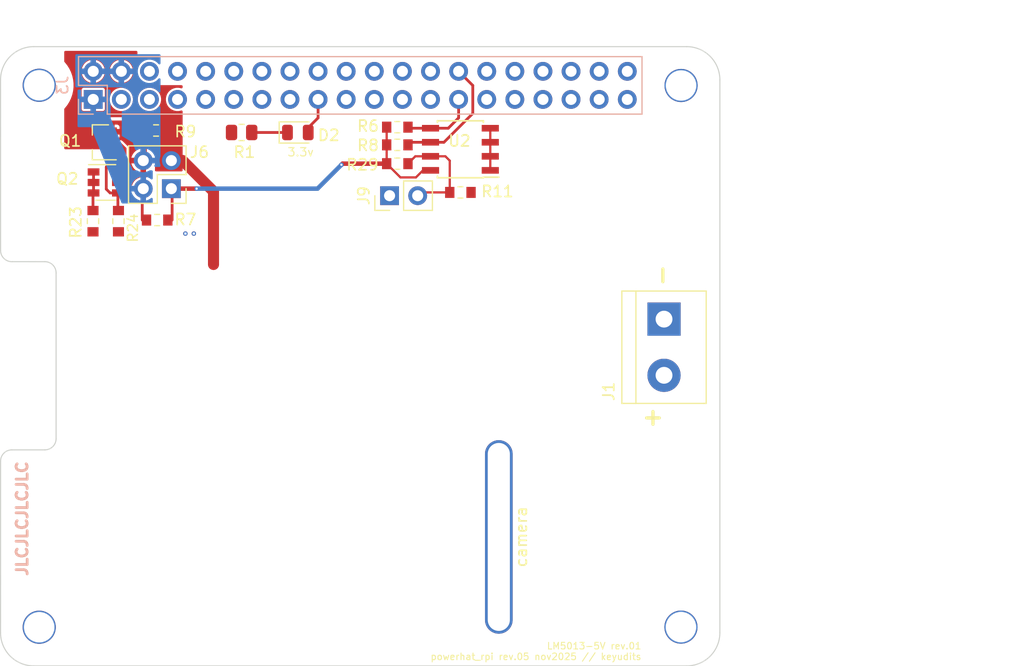
<source format=kicad_pcb>
(kicad_pcb (version 20241229) (generator "pcbnew") (generator_version "9.0")
  (layers (0 "F.Cu" signal) (2 "B.Cu" signal) (13 "F.Paste" user) (15 "B.Paste" user) (5 "F.SilkS" user "F.Silkscreen") (7 "B.SilkS" user "B.Silkscreen") (1 "F.Mask" user) (3 "B.Mask" user) (25 "Edge.Cuts" user))
  (net 0 "")
  (net 1 "GND")
  (net 2 "/ID_SD_EEPROM")
  (net 3 "/ID_SC_EEPROM")
  (net 4 "Net-(D2-K)")
  (net 6 "/P3V3_HAT")
  (net 7 "/P5V_HAT")
  (net 8 "/P3V3")
  (net 9 "/P5V")
  (net 18 "/LED")
  (net 38 "Net-(J9-Pin_2)")
  (net 39 "Net-(Q1-G)")
  (net 40 "Net-(Q2A-B)")
  (footprint "project_footprints:NPTH_3mm_ID" (layer "F.Cu") (at 82.04 64.31)
    (property "Reference" "H1" (at 0.06 0.09 0) (layer "F.SilkS"))
    (property "Value" "3mm_Mounting_Hole" (hide yes))
    (pad "" np_thru_hole circle (at 0 0) (size 3 3) (drill 2.75) (layers "*.Cu" "*.Mask") (clearance 1.6))
  )
  (footprint "project_footprints:NPTH_3mm_ID" (layer "F.Cu") (at 140.04 64.33)
    (property "Reference" "H2" (at 0.06 0.09 0) (layer "F.SilkS"))
    (property "Value" "3mm_Mounting_Hole" (hide yes))
    (pad "" np_thru_hole circle (at 0 0) (size 3 3) (drill 2.75) (layers "*.Cu" "*.Mask") (clearance 1.6))
  )
  (footprint "project_footprints:NPTH_3mm_ID" (layer "F.Cu") (at 82.04 113.32)
    (property "Reference" "H3" (at 0.06 0.09 0) (layer "F.SilkS"))
    (property "Value" "3mm_Mounting_Hole" (hide yes))
    (pad "" np_thru_hole circle (at 0 0) (size 3 3) (drill 2.75) (layers "*.Cu" "*.Mask") (clearance 1.6))
  )
  (footprint "project_footprints:NPTH_3mm_ID" (layer "F.Cu") (at 140.03 113.31)
    (property "Reference" "H4" (at 0.06 0.09 0) (layer "F.SilkS"))
    (property "Value" "3mm_Mounting_Hole" (hide yes))
    (pad "" np_thru_hole circle (at 0 0) (size 3 3) (drill 2.75) (layers "*.Cu" "*.Mask") (clearance 1.6))
  )
  (footprint "Resistor_SMD:R_0603_1608Metric_Pad0.84x1.00mm_HandSolder" (layer "F.Cu") (at 92.6 68.4)
    (property "Reference" "R9" (at 2.65 0.1 0) (layer "F.SilkS"))
    (property "Value" "DNP")
    (fp_line (start -0.22 -0.51) (end 0.22 -0.51) (stroke (width 0.12)) (layer "F.SilkS"))
    (fp_line (start -0.22 0.51) (end 0.22 0.51) (stroke (width 0.12)) (layer "F.SilkS"))
    (pad "1" smd rect (at -0.9625 0) (size 0.845 1) (layers "F.Cu" "F.Mask" "F.Paste") (net 7 "/P5V_HAT"))
    (pad "2" smd rect (at 0.9625 0) (size 0.845 1) (layers "F.Cu" "F.Mask" "F.Paste") (net 9 "/P5V"))
  )
  (footprint "Resistor_SMD:R_0603_1608Metric_Pad0.84x1.00mm_HandSolder" (layer "F.Cu") (at 92.7 76.5)
    (property "Reference" "R7" (at 2.55 -0.046 0) (layer "F.SilkS"))
    (property "Value" "DNP")
    (fp_line (start -0.22 -0.51) (end 0.22 -0.51) (stroke (width 0.12)) (layer "F.SilkS"))
    (fp_line (start -0.22 0.51) (end 0.22 0.51) (stroke (width 0.12)) (layer "F.SilkS"))
    (pad "1" smd rect (at -0.9625 0) (size 0.845 1) (layers "F.Cu" "F.Mask" "F.Paste") (net 6 "/P3V3_HAT"))
    (pad "2" smd rect (at 0.9625 0) (size 0.845 1) (layers "F.Cu" "F.Mask" "F.Paste") (net 8 "/P3V3"))
  )
  (footprint "Resistor_SMD:R_0603_1608Metric_Pad0.84x1.00mm_HandSolder" (layer "F.Cu") (at 120.1 74)
    (property "Reference" "R11" (at 3.344 -0.086 0) (layer "F.SilkS"))
    (property "Value" "DNP")
    (fp_line (start -0.22 -0.51) (end 0.22 -0.51) (stroke (width 0.12)) (layer "F.SilkS"))
    (fp_line (start -0.22 0.51) (end 0.22 0.51) (stroke (width 0.12)) (layer "F.SilkS"))
    (pad "1" smd rect (at -0.9625 0) (size 0.845 1) (layers "F.Cu" "F.Mask" "F.Paste") (net 38 "Net-(J9-Pin_2)"))
    (pad "2" smd rect (at 0.9625 0) (size 0.845 1) (layers "F.Cu" "F.Mask" "F.Paste") (net 1 "GND"))
  )
  (footprint "Resistor_SMD:R_0603_1608Metric_Pad0.84x1.00mm_HandSolder" (layer "F.Cu") (at 86.9 76.6 -90)
    (property "Reference" "R23" (at 0.108 1.556 90) (layer "F.SilkS"))
    (property "Value" "10K")
    (fp_line (start -0.22 0.51) (end 0.22 0.51) (stroke (width 0.12)) (layer "F.SilkS"))
    (fp_line (start -0.22 -0.51) (end 0.22 -0.51) (stroke (width 0.12)) (layer "F.SilkS"))
    (pad "1" smd rect (at -0.9625 0 270) (size 0.845 1) (layers "F.Cu" "F.Mask" "F.Paste") (net 40 "Net-(Q2A-B)"))
    (pad "2" smd rect (at 0.9625 0 270) (size 0.845 1) (layers "F.Cu" "F.Mask" "F.Paste") (net 1 "GND"))
  )
  (footprint "Resistor_SMD:R_0603_1608Metric_Pad0.84x1.00mm_HandSolder" (layer "F.Cu") (at 89.2 76.6 -90)
    (property "Reference" "R24" (at 0.616 -1.3 270) (layer "F.SilkS") (effects (font (size 0.9 0.9) (thickness 0.13))))
    (property "Value" "47K")
    (fp_line (start -0.22 0.51) (end 0.22 0.51) (stroke (width 0.12)) (layer "F.SilkS"))
    (fp_line (start -0.22 -0.51) (end 0.22 -0.51) (stroke (width 0.12)) (layer "F.SilkS"))
    (pad "1" smd rect (at -0.9625 0 270) (size 0.845 1) (layers "F.Cu" "F.Mask" "F.Paste") (net 39 "Net-(Q1-G)"))
    (pad "2" smd rect (at 0.9625 0 270) (size 0.845 1) (layers "F.Cu" "F.Mask" "F.Paste") (net 1 "GND"))
  )
  (footprint "Resistor_SMD:R_0603_1608Metric_Pad0.84x1.00mm_HandSolder" (layer "F.Cu") (at 114.4 71.4)
    (property "Reference" "R29" (at -3.15 0.1 0) (layer "F.SilkS"))
    (property "Value" "10K")
    (fp_line (start -0.22 -0.51) (end 0.22 -0.51) (stroke (width 0.12)) (layer "F.SilkS"))
    (fp_line (start -0.22 0.51) (end 0.22 0.51) (stroke (width 0.12)) (layer "F.SilkS"))
    (pad "1" smd rect (at -0.9625 0) (size 0.845 1) (layers "F.Cu" "F.Mask" "F.Paste") (net 8 "/P3V3"))
    (pad "2" smd rect (at 0.9625 0) (size 0.845 1) (layers "F.Cu" "F.Mask" "F.Paste") (net 38 "Net-(J9-Pin_2)"))
  )
  (footprint "Resistor_SMD:R_0603_1608Metric_Pad0.84x1.00mm_HandSolder" (layer "F.Cu") (at 114.4 69.7)
    (property "Reference" "R8" (at -2.65 0.05 0) (layer "F.SilkS"))
    (property "Value" "3.9K")
    (fp_line (start -0.22 -0.51) (end 0.22 -0.51) (stroke (width 0.12)) (layer "F.SilkS"))
    (fp_line (start -0.22 0.51) (end 0.22 0.51) (stroke (width 0.12)) (layer "F.SilkS"))
    (pad "1" smd rect (at -0.9625 0) (size 0.845 1) (layers "F.Cu" "F.Mask" "F.Paste") (net 8 "/P3V3"))
    (pad "2" smd rect (at 0.9625 0) (size 0.845 1) (layers "F.Cu" "F.Mask" "F.Paste") (net 3 "/ID_SC_EEPROM"))
  )
  (footprint "Package_TO_SOT_SMD:SOT-23-6" (layer "F.Cu") (at 88.05 73.1)
    (property "Reference" "Q2" (at -3.468 -0.329 0) (layer "F.SilkS"))
    (property "Value" "DMMT5401")
    (fp_line (start -0.9 1.61) (end 0.9 1.61) (stroke (width 0.12)) (layer "F.SilkS"))
    (fp_line (start 0.9 -1.61) (end -1.55 -1.61) (stroke (width 0.12)) (layer "F.SilkS"))
    (pad "1" smd rect (at -1.1 -0.95) (size 1.06 0.65) (layers "F.Cu" "F.Mask" "F.Paste") (net 40 "Net-(Q2A-B)"))
    (pad "2" smd rect (at -1.1 0) (size 1.06 0.65) (layers "F.Cu" "F.Mask" "F.Paste") (net 40 "Net-(Q2A-B)"))
    (pad "3" smd rect (at -1.1 0.95) (size 1.06 0.65) (layers "F.Cu" "F.Mask" "F.Paste") (net 40 "Net-(Q2A-B)"))
    (pad "4" smd rect (at 1.1 0.95) (size 1.06 0.65) (layers "F.Cu" "F.Mask" "F.Paste") (net 39 "Net-(Q1-G)"))
    (pad "5" smd rect (at 1.1 0) (size 1.06 0.65) (layers "F.Cu" "F.Mask" "F.Paste") (net 7 "/P5V_HAT"))
    (pad "6" smd rect (at 1.1 -0.95) (size 1.06 0.65) (layers "F.Cu" "F.Mask" "F.Paste") (net 9 "/P5V"))
  )
  (footprint "Package_TO_SOT_SMD:SOT-23" (layer "F.Cu") (at 87.6 69.469 180)
    (property "Reference" "Q1" (at 2.764 0.127 180) (layer "F.SilkS"))
    (property "Value" "DMG2305UX")
    (fp_line (start 0.76 1.58) (end 0.76 0.65) (stroke (width 0.12)) (layer "F.SilkS"))
    (fp_line (start 0.76 1.58) (end -0.7 1.58) (stroke (width 0.12)) (layer "F.SilkS"))
    (fp_line (start 0.76 -1.58) (end 0.76 -0.65) (stroke (width 0.12)) (layer "F.SilkS"))
    (fp_line (start 0.76 -1.58) (end -1.4 -1.58) (stroke (width 0.12)) (layer "F.SilkS"))
    (pad "1" smd rect (at -1 -0.95 180) (size 0.9 0.8) (layers "F.Cu" "F.Mask" "F.Paste") (net 39 "Net-(Q1-G)"))
    (pad "2" smd rect (at -1 0.95 180) (size 0.9 0.8) (layers "F.Cu" "F.Mask" "F.Paste") (net 7 "/P5V_HAT"))
    (pad "3" smd rect (at 1 0 180) (size 0.9 0.8) (layers "F.Cu" "F.Mask" "F.Paste") (net 9 "/P5V"))
  )
  (footprint "Package_SOIC:SOIC-8_3.9x4.9mm_P1.27mm" (layer "F.Cu") (at 120.1 70.1 180)
    (property "Reference" "U2" (at 0.085 0.758 180) (layer "F.SilkS"))
    (property "Value" "CAT24C32")
    (fp_line (start 2.075 2.575) (end 2.075 2.43) (stroke (width 0.15)) (layer "F.SilkS"))
    (fp_line (start 2.075 -2.575) (end 2.075 -2.43) (stroke (width 0.15)) (layer "F.SilkS"))
    (fp_line (start -2.075 2.575) (end 2.075 2.575) (stroke (width 0.15)) (layer "F.SilkS"))
    (fp_line (start -2.075 2.575) (end -2.075 2.43) (stroke (width 0.15)) (layer "F.SilkS"))
    (fp_line (start -2.075 -2.525) (end -3.475 -2.525) (stroke (width 0.15)) (layer "F.SilkS"))
    (fp_line (start -2.075 -2.575) (end 2.075 -2.575) (stroke (width 0.15)) (layer "F.SilkS"))
    (fp_line (start -2.075 -2.575) (end -2.075 -2.525) (stroke (width 0.15)) (layer "F.SilkS"))
    (pad "1" smd rect (at -2.7 -1.905 180) (size 1.55 0.6) (layers "F.Cu" "F.Mask" "F.Paste") (net 1 "GND"))
    (pad "2" smd rect (at -2.7 -0.635 180) (size 1.55 0.6) (layers "F.Cu" "F.Mask" "F.Paste") (net 1 "GND"))
    (pad "3" smd rect (at -2.7 0.635 180) (size 1.55 0.6) (layers "F.Cu" "F.Mask" "F.Paste") (net 1 "GND"))
    (pad "4" smd rect (at -2.7 1.905 180) (size 1.55 0.6) (layers "F.Cu" "F.Mask" "F.Paste") (net 1 "GND"))
    (pad "5" smd rect (at 2.7 1.905 180) (size 1.55 0.6) (layers "F.Cu" "F.Mask" "F.Paste") (net 2 "/ID_SD_EEPROM"))
    (pad "6" smd rect (at 2.7 0.635 180) (size 1.55 0.6) (layers "F.Cu" "F.Mask" "F.Paste") (net 3 "/ID_SC_EEPROM"))
    (pad "7" smd rect (at 2.7 -0.635 180) (size 1.55 0.6) (layers "F.Cu" "F.Mask" "F.Paste") (net 38 "Net-(J9-Pin_2)"))
    (pad "8" smd rect (at 2.7 -1.905 180) (size 1.55 0.6) (layers "F.Cu" "F.Mask" "F.Paste") (net 8 "/P3V3"))
  )
  (footprint "Connector_PinHeader_2.54mm:PinHeader_2x02_P2.54mm_Vertical" (layer "F.Cu") (at 93.98 73.66 180)
    (property "Reference" "J6" (at -2.54 3.302 180) (layer "F.SilkS"))
    (property "Value" "CONN_02X02")
    (fp_line (start 3.87 -1.33) (end 3.87 3.87) (stroke (width 0.12)) (layer "F.SilkS"))
    (fp_line (start 1.27 1.27) (end 1.27 -1.33) (stroke (width 0.12)) (layer "F.SilkS"))
    (fp_line (start 1.27 -1.33) (end 3.87 -1.33) (stroke (width 0.12)) (layer "F.SilkS"))
    (fp_line (start -1.33 3.87) (end 3.87 3.87) (stroke (width 0.12)) (layer "F.SilkS"))
    (fp_line (start -1.33 1.27) (end 1.27 1.27) (stroke (width 0.12)) (layer "F.SilkS"))
    (fp_line (start -1.33 1.27) (end -1.33 3.87) (stroke (width 0.12)) (layer "F.SilkS"))
    (fp_line (start -1.33 0) (end -1.33 -1.33) (stroke (width 0.12)) (layer "F.SilkS"))
    (fp_line (start -1.33 -1.33) (end 0 -1.33) (stroke (width 0.12)) (layer "F.SilkS"))
    (pad "1" thru_hole rect (at 0 0 180) (size 1.7 1.7) (drill 1) (layers "*.Cu" "*.Mask") (net 8 "/P3V3"))
    (pad "2" thru_hole oval (at 2.54 0 180) (size 1.7 1.7) (drill 1) (layers "*.Cu" "*.Mask") (net 6 "/P3V3_HAT"))
    (pad "3" thru_hole oval (at 0 2.54 180) (size 1.7 1.7) (drill 1) (layers "*.Cu" "*.Mask") (net 9 "/P5V"))
    (pad "4" thru_hole oval (at 2.54 2.54 180) (size 1.7 1.7) (drill 1) (layers "*.Cu" "*.Mask") (net 7 "/P5V_HAT"))
  )
  (footprint "Resistor_SMD:R_0603_1608Metric_Pad0.84x1.00mm_HandSolder" (layer "F.Cu") (at 114.4 68.1)
    (property "Reference" "R6" (at -2.65 -0.1 0) (layer "F.SilkS"))
    (property "Value" "3.9K")
    (fp_line (start -0.22 -0.51) (end 0.22 -0.51) (stroke (width 0.12)) (layer "F.SilkS"))
    (fp_line (start -0.22 0.51) (end 0.22 0.51) (stroke (width 0.12)) (layer "F.SilkS"))
    (pad "1" smd rect (at -0.9625 0) (size 0.845 1) (layers "F.Cu" "F.Mask" "F.Paste") (net 8 "/P3V3"))
    (pad "2" smd rect (at 0.9625 0) (size 0.845 1) (layers "F.Cu" "F.Mask" "F.Paste") (net 2 "/ID_SD_EEPROM"))
  )
  (footprint "LED_SMD:LED_0805_2012Metric" (layer "F.Cu") (at 105.41 68.58)
    (property "Reference" "D2" (at 2.794 0.254 0) (layer "F.SilkS"))
    (property "Value" "LED")
    (fp_line (start -1.685 -0.96) (end -1.685 0.96) (stroke (width 0.12)) (layer "F.SilkS"))
    (fp_line (start -1.685 0.96) (end 1 0.96) (stroke (width 0.12)) (layer "F.SilkS"))
    (fp_line (start 1 -0.96) (end -1.685 -0.96) (stroke (width 0.12)) (layer "F.SilkS"))
    (pad "1" smd roundrect (at -0.9375 0) (size 0.975 1.4) (layers "F.Cu" "F.Mask" "F.Paste") (net 4 "Net-(D2-K)"))
    (pad "2" smd roundrect (at 0.9375 0) (size 0.975 1.4) (layers "F.Cu" "F.Mask" "F.Paste") (net 18 "/LED"))
  )
  (footprint "TerminalBlock:TerminalBlock_bornier-2_P5.08mm" (layer "F.Cu") (at 138.5 85.46 -90)
    (property "Reference" "J1" (at 6.54 5 90) (layer "F.SilkS"))
    (property "Value" "Input")
    (fp_line (start -2.54 3.81) (end 7.62 3.81) (stroke (width 0.12)) (layer "F.SilkS"))
    (fp_line (start 7.62 3.81) (end 7.62 -3.81) (stroke (width 0.12)) (layer "F.SilkS"))
    (fp_line (start 7.62 2.54) (end -2.54 2.54) (stroke (width 0.12)) (layer "F.SilkS"))
    (fp_line (start -2.54 -3.81) (end -2.54 3.81) (stroke (width 0.12)) (layer "F.SilkS"))
    (fp_line (start 7.62 -3.81) (end -2.54 -3.81) (stroke (width 0.12)) (layer "F.SilkS"))
    (pad "1" thru_hole rect (at 0 0 270) (size 3 3) (drill 1.52) (layers "*.Cu" "*.Mask"))
    (pad "2" thru_hole circle (at 5.08 0 270) (size 3 3) (drill 1.52) (layers "*.Cu" "*.Mask"))
  )
  (footprint "Resistor_SMD:R_0805_2012Metric" (layer "F.Cu") (at 100.33 68.58)
    (property "Reference" "R1" (at 0.254 1.778 0) (layer "F.SilkS"))
    (property "Value" "2.2k")
    (fp_line (start -0.227064 -0.735) (end 0.227064 -0.735) (stroke (width 0.12)) (layer "F.SilkS"))
    (fp_line (start -0.227064 0.735) (end 0.227064 0.735) (stroke (width 0.12)) (layer "F.SilkS"))
    (pad "1" smd roundrect (at -0.9125 0) (size 1.025 1.4) (layers "F.Cu" "F.Mask" "F.Paste") (roundrect_rratio 0.243902439) (net 1 "GND"))
    (pad "2" smd roundrect (at 0.9125 0) (size 1.025 1.4) (layers "F.Cu" "F.Mask" "F.Paste") (roundrect_rratio 0.243902439) (net 4 "Net-(D2-K)"))
  )
  (footprint "Connector_PinHeader_2.54mm:PinHeader_1x02_P2.54mm_Vertical" (layer "F.Cu") (at 113.7 74.295 90)
    (property "Reference" "J9" (at 0 -2.33 90) (layer "F.SilkS"))
    (property "Value" "CONN_01X02")
    (fp_line (start -1.33 -1.33) (end 0 -1.33) (stroke (width 0.12)) (layer "F.SilkS"))
    (fp_line (start -1.33 0) (end -1.33 -1.33) (stroke (width 0.12)) (layer "F.SilkS"))
    (fp_line (start 1.33 1.27) (end 1.33 3.87) (stroke (width 0.12)) (layer "F.SilkS"))
    (fp_line (start -1.33 1.27) (end 1.33 1.27) (stroke (width 0.12)) (layer "F.SilkS"))
    (fp_line (start -1.33 1.27) (end -1.33 3.87) (stroke (width 0.12)) (layer "F.SilkS"))
    (fp_line (start -1.33 3.87) (end 1.33 3.87) (stroke (width 0.12)) (layer "F.SilkS"))
    (pad "1" thru_hole rect (at 0 0 90) (size 1.7 1.7) (drill 1) (layers "*.Cu" "*.Mask") (net 1 "GND"))
    (pad "2" thru_hole oval (at 0 2.54 90) (size 1.7 1.7) (drill 1) (layers "*.Cu" "*.Mask") (net 38 "Net-(J9-Pin_2)"))
  )
  (footprint "LM5116-pihat-01:raspberry_pi_camera_cutout" (layer "F.Cu") (at 123.571 105.156)
    (property "Reference" "camera" (at 2.032 0 270) (layer "F.SilkS"))
    (property "Value" "raspberry_pi_camera_cutout")
    (pad "1" thru_hole oval (at 0 0) (size 2.5 17.5) (drill oval 2 17) (layers "*.Cu" "*.Mask"))
  )
  (footprint "Connector_PinSocket_2.54mm:PinSocket_2x20_P2.54mm_Vertical" (layer "B.Cu") (at 86.92 65.59 -90)
    (property "Reference" "J3" (at -1.27 2.77 270) (layer "B.SilkS") (effects (justify mirror)))
    (property "Value" "40HAT")
    (fp_line (start -3.87 1.33) (end -1.27 1.33) (stroke (width 0.12)) (layer "B.SilkS"))
    (fp_line (start -3.87 1.33) (end -3.87 -49.59) (stroke (width 0.12)) (layer "B.SilkS"))
    (fp_line (start -1.27 1.33) (end -1.27 -1.27) (stroke (width 0.12)) (layer "B.SilkS"))
    (fp_line (start 0 1.33) (end 1.33 1.33) (stroke (width 0.12)) (layer "B.SilkS"))
    (fp_line (start 1.33 1.33) (end 1.33 0) (stroke (width 0.12)) (layer "B.SilkS"))
    (fp_line (start -1.27 -1.27) (end 1.33 -1.27) (stroke (width 0.12)) (layer "B.SilkS"))
    (fp_line (start 1.33 -1.27) (end 1.33 -49.59) (stroke (width 0.12)) (layer "B.SilkS"))
    (fp_line (start -3.87 -49.59) (end 1.33 -49.59) (stroke (width 0.12)) (layer "B.SilkS"))
    (pad "1" thru_hole rect (at 0 0 270) (size 1.7 1.7) (drill 1) (layers "*.Cu" "*.Mask") (net 6 "/P3V3_HAT"))
    (pad "2" thru_hole oval (at -2.54 0 270) (size 1.7 1.7) (drill 1) (layers "*.Cu" "*.Mask") (net 7 "/P5V_HAT"))
    (pad "3" thru_hole oval (at 0 -2.54 270) (size 1.7 1.7) (drill 1) (layers "*.Cu" "*.Mask"))
    (pad "4" thru_hole oval (at -2.54 -2.54 270) (size 1.7 1.7) (drill 1) (layers "*.Cu" "*.Mask") (net 7 "/P5V_HAT"))
    (pad "5" thru_hole oval (at 0 -5.08 270) (size 1.7 1.7) (drill 1) (layers "*.Cu" "*.Mask"))
    (pad "6" thru_hole oval (at -2.54 -5.08 270) (size 1.7 1.7) (drill 1) (layers "*.Cu" "*.Mask") (net 1 "GND"))
    (pad "7" thru_hole oval (at 0 -7.62 270) (size 1.7 1.7) (drill 1) (layers "*.Cu" "*.Mask"))
    (pad "8" thru_hole oval (at -2.54 -7.62 270) (size 1.7 1.7) (drill 1) (layers "*.Cu" "*.Mask"))
    (pad "9" thru_hole oval (at 0 -10.16 270) (size 1.7 1.7) (drill 1) (layers "*.Cu" "*.Mask") (net 1 "GND"))
    (pad "10" thru_hole oval (at -2.54 -10.16 270) (size 1.7 1.7) (drill 1) (layers "*.Cu" "*.Mask"))
    (pad "11" thru_hole oval (at 0 -12.7 270) (size 1.7 1.7) (drill 1) (layers "*.Cu" "*.Mask"))
    (pad "12" thru_hole oval (at -2.54 -12.7 270) (size 1.7 1.7) (drill 1) (layers "*.Cu" "*.Mask"))
    (pad "13" thru_hole oval (at 0 -15.24 270) (size 1.7 1.7) (drill 1) (layers "*.Cu" "*.Mask"))
    (pad "14" thru_hole oval (at -2.54 -15.24 270) (size 1.7 1.7) (drill 1) (layers "*.Cu" "*.Mask") (net 1 "GND"))
    (pad "15" thru_hole oval (at 0 -17.78 270) (size 1.7 1.7) (drill 1) (layers "*.Cu" "*.Mask"))
    (pad "16" thru_hole oval (at -2.54 -17.78 270) (size 1.7 1.7) (drill 1) (layers "*.Cu" "*.Mask"))
    (pad "17" thru_hole oval (at 0 -20.32 270) (size 1.7 1.7) (drill 1) (layers "*.Cu" "*.Mask") (net 18 "/LED"))
    (pad "18" thru_hole oval (at -2.54 -20.32 270) (size 1.7 1.7) (drill 1) (layers "*.Cu" "*.Mask"))
    (pad "19" thru_hole oval (at 0 -22.86 270) (size 1.7 1.7) (drill 1) (layers "*.Cu" "*.Mask"))
    (pad "20" thru_hole oval (at -2.54 -22.86 270) (size 1.7 1.7) (drill 1) (layers "*.Cu" "*.Mask") (net 1 "GND"))
    (pad "21" thru_hole oval (at 0 -25.4 270) (size 1.7 1.7) (drill 1) (layers "*.Cu" "*.Mask"))
    (pad "22" thru_hole oval (at -2.54 -25.4 270) (size 1.7 1.7) (drill 1) (layers "*.Cu" "*.Mask"))
    (pad "23" thru_hole oval (at 0 -27.94 270) (size 1.7 1.7) (drill 1) (layers "*.Cu" "*.Mask"))
    (pad "24" thru_hole oval (at -2.54 -27.94 270) (size 1.7 1.7) (drill 1) (layers "*.Cu" "*.Mask"))
    (pad "25" thru_hole oval (at 0 -30.48 270) (size 1.7 1.7) (drill 1) (layers "*.Cu" "*.Mask") (net 1 "GND"))
    (pad "26" thru_hole oval (at -2.54 -30.48 270) (size 1.7 1.7) (drill 1) (layers "*.Cu" "*.Mask"))
    (pad "27" thru_hole oval (at 0 -33.02 270) (size 1.7 1.7) (drill 1) (layers "*.Cu" "*.Mask") (net 2 "/ID_SD_EEPROM"))
    (pad "28" thru_hole oval (at -2.54 -33.02 270) (size 1.7 1.7) (drill 1) (layers "*.Cu" "*.Mask") (net 3 "/ID_SC_EEPROM"))
    (pad "29" thru_hole oval (at 0 -35.56 270) (size 1.7 1.7) (drill 1) (layers "*.Cu" "*.Mask"))
    (pad "30" thru_hole oval (at -2.54 -35.56 270) (size 1.7 1.7) (drill 1) (layers "*.Cu" "*.Mask") (net 1 "GND"))
    (pad "31" thru_hole oval (at 0 -38.1 270) (size 1.7 1.7) (drill 1) (layers "*.Cu" "*.Mask"))
    (pad "32" thru_hole oval (at -2.54 -38.1 270) (size 1.7 1.7) (drill 1) (layers "*.Cu" "*.Mask"))
    (pad "33" thru_hole oval (at 0 -40.64 270) (size 1.7 1.7) (drill 1) (layers "*.Cu" "*.Mask"))
    (pad "34" thru_hole oval (at -2.54 -40.64 270) (size 1.7 1.7) (drill 1) (layers "*.Cu" "*.Mask") (net 1 "GND"))
    (pad "35" thru_hole oval (at 0 -43.18 270) (size 1.7 1.7) (drill 1) (layers "*.Cu" "*.Mask"))
    (pad "36" thru_hole oval (at -2.54 -43.18 270) (size 1.7 1.7) (drill 1) (layers "*.Cu" "*.Mask"))
    (pad "37" thru_hole oval (at 0 -45.72 270) (size 1.7 1.7) (drill 1) (layers "*.Cu" "*.Mask"))
    (pad "38" thru_hole oval (at -2.54 -45.72 270) (size 1.7 1.7) (drill 1) (layers "*.Cu" "*.Mask"))
    (pad "39" thru_hole oval (at 0 -48.26 270) (size 1.7 1.7) (drill 1) (layers "*.Cu" "*.Mask") (net 1 "GND"))
    (pad "40" thru_hole oval (at -2.54 -48.26 270) (size 1.7 1.7) (drill 1) (layers "*.Cu" "*.Mask"))
  )
  (gr_line (start 78.5495 79.248) (end 78.546356 63.817611) (stroke (width 0.1)) (layer "Edge.Cuts"))
  (gr_line (start 79.628876 80.262021) (end 82.55 80.264) (stroke (width 0.1)) (layer "Edge.Cuts"))
  (gr_line (start 83.566 81.28) (end 83.566 96.266) (stroke (width 0.1)) (layer "Edge.Cuts"))
  (gr_line (start 82.55 97.282) (end 79.5655 97.282) (stroke (width 0.1)) (layer "Edge.Cuts"))
  (gr_line (start 78.5495 98.298) (end 78.546356 113.817611) (stroke (width 0.1)) (layer "Edge.Cuts"))
  (gr_line (start 143.546351 113.822847) (end 143.546356 63.817611) (stroke (width 0.1)) (layer "Edge.Cuts"))
  (gr_arc (start 143.546351 113.822847) (mid 142.665824 115.940781) (end 140.546356 116.817611) (stroke (width 0.1)) (layer "Edge.Cuts"))
  (gr_line (start 81.546356 116.817611) (end 140.546356 116.817611) (stroke (width 0.1)) (layer "Edge.Cuts"))
  (gr_arc (start 82.55 80.264) (mid 83.26842 80.56158) (end 83.566 81.28) (stroke (width 0.1)) (layer "Edge.Cuts"))
  (gr_arc (start 78.546356 63.817611) (mid 79.425036 61.696291) (end 81.546356 60.817611) (stroke (width 0.1)) (layer "Edge.Cuts"))
  (gr_arc (start 78.5495 98.298) (mid 78.84708 97.57958) (end 79.5655 97.282) (stroke (width 0.1)) (layer "Edge.Cuts"))
  (gr_arc (start 79.629295 80.261995) (mid 78.87 79.988632) (end 78.5495 79.248) (stroke (width 0.1)) (layer "Edge.Cuts"))
  (gr_line (start 140.546356 60.817611) (end 81.546356 60.817611) (stroke (width 0.1)) (layer "Edge.Cuts"))
  (gr_arc (start 81.546356 116.817611) (mid 79.425036 115.938931) (end 78.546356 113.817611) (stroke (width 0.1)) (layer "Edge.Cuts"))
  (gr_arc (start 140.546356 60.817611) (mid 142.667676 61.696291) (end 143.546356 63.817611) (stroke (width 0.1)) (layer "Edge.Cuts"))
  (gr_arc (start 83.566 96.266) (mid 83.26842 96.98442) (end 82.55 97.282) (stroke (width 0.1)) (layer "Edge.Cuts"))
  (gr_text "3.3v" (at 105.664 70.358 0) (layer "F.SilkS") (effects (font (size 0.75 0.75) (thickness 0.1))))
  (gr_text "LM5013-5V rev.01\npowerhat_rpi rev.05 nov2025 // keyudits" (at 136.5 115.5 0) (layer "F.SilkS") (effects (font (size 0.6 0.6) (thickness 0.09)) (justify right)))
  (gr_text "+" (at 137.5 94.5 180) (layer "F.SilkS") (effects (font (size 1.5 1.5) (thickness 0.3))))
  (gr_text "-" (at 138.5 81.5 270) (layer "F.SilkS") (effects (font (size 1.5 1.5) (thickness 0.3))))
  (gr_text "JLCJLCJLCJLC" (at 80.5 103.5 90) (layer "B.SilkS") (effects (font (size 1 1) (thickness 0.25))))
  (segment (start 122.8 68.195) (end 122.8 72.005) (width 0.2) (layer "F.Cu") (net 1))
  (via (at 95.25 77.724) (size 0.4) (drill 0.2) (layers "F.Cu" "B.Cu") (net 1))
  (via (at 96.012 77.724) (size 0.4) (drill 0.2) (layers "F.Cu" "B.Cu") (net 1))
  (segment (start 119.003 68.195) (end 117.4 68.195) (width 0.25) (layer "F.Cu") (net 2))
  (segment (start 117.4 68.195) (end 115.4575 68.195) (width 0.25) (layer "F.Cu") (net 2))
  (segment (start 119.94 65.59) (end 119.94 67.258) (width 0.25) (layer "F.Cu") (net 2))
  (segment (start 115.4575 68.195) (end 115.3625 68.1) (width 0.25) (layer "F.Cu") (net 2))
  (segment (start 119.94 67.258) (end 119.003 68.195) (width 0.25) (layer "F.Cu") (net 2))
  (segment (start 119.94 66.06) (end 119.94 65.59) (width 0.25) (layer "B.Cu") (net 2))
  (segment (start 118.61438 69.465) (end 117.4 69.465) (width 0.25) (layer "F.Cu") (net 3))
  (segment (start 121.21896 64.32896) (end 121.21896 66.86042) (width 0.25) (layer "F.Cu") (net 3))
  (segment (start 121.21896 66.86042) (end 118.61438 69.465) (width 0.25) (layer "F.Cu") (net 3))
  (segment (start 115.5975 69.465) (end 115.3625 69.7) (width 0.25) (layer "F.Cu") (net 3))
  (segment (start 119.94 63.05) (end 121.21896 64.32896) (width 0.25) (layer "F.Cu") (net 3))
  (segment (start 119.94 63.05) (end 119.85 63.05) (width 0.25) (layer "F.Cu") (net 3))
  (segment (start 117.4 69.465) (end 115.5975 69.465) (width 0.25) (layer "F.Cu") (net 3))
  (segment (start 104.385 68.58) (end 101.355 68.58) (width 0.25) (layer "F.Cu") (net 4))
  (segment (start 91.35 73.75) (end 91.44 73.66) (width 0.25) (layer "F.Cu") (net 6))
  (segment (start 91.35 76.5) (end 91.35 73.75) (width 0.25) (layer "F.Cu") (net 6))
  (segment (start 89.9 73.1) (end 90.6 72.4) (width 0.25) (layer "F.Cu") (net 7))
  (segment (start 90.6 72.4) (end 91.2 72.4) (width 0.25) (layer "F.Cu") (net 7))
  (segment (start 91.2 72.4) (end 91.44 72.16) (width 0.25) (layer "F.Cu") (net 7))
  (segment (start 91.44 72.16) (end 91.44 71.12) (width 0.25) (layer "F.Cu") (net 7))
  (segment (start 91.6375 68.4) (end 91.6375 70.9225) (width 0.25) (layer "F.Cu") (net 7))
  (segment (start 88.7 68.65) (end 88.7 68.6) (width 0.25) (layer "F.Cu") (net 7))
  (segment (start 89.15 73.1) (end 89.9 73.1) (width 0.25) (layer "F.Cu") (net 7))
  (segment (start 91.6375 70.9225) (end 91.44 71.12) (width 0.25) (layer "F.Cu") (net 7))
  (segment (start 94.05 73.73) (end 93.98 73.66) (width 0.25) (layer "F.Cu") (net 8))
  (segment (start 116.078 72.644) (end 114.6815 72.644) (width 0.2) (layer "F.Cu") (net 8))
  (segment (start 94.05 76.5) (end 94.05 73.73) (width 0.25) (layer "F.Cu") (net 8))
  (segment (start 109.347 71.501) (end 109.448 71.4) (width 0.4) (layer "F.Cu") (net 8))
  (segment (start 114.6815 72.644) (end 113.4375 71.4) (width 0.2) (layer "F.Cu") (net 8))
  (segment (start 116.717 72.005) (end 116.078 72.644) (width 0.2) (layer "F.Cu") (net 8))
  (segment (start 117.4 72.005) (end 116.717 72.005) (width 0.2) (layer "F.Cu") (net 8))
  (segment (start 109.448 71.4) (end 113.4375 71.4) (width 0.4) (layer "F.Cu") (net 8))
  (segment (start 113.4375 68.1) (end 113.4375 71.4) (width 0.2) (layer "F.Cu") (net 8))
  (segment (start 96.266 73.66) (end 93.98 73.66) (width 0.4) (layer "F.Cu") (net 8))
  (via (at 109.347 71.501) (size 0.4) (drill 0.2) (layers "F.Cu" "B.Cu") (net 8))
  (via (at 96.266 73.66) (size 0.4) (drill 0.2) (layers "F.Cu" "B.Cu") (net 8))
  (segment (start 109.347 71.501) (end 107.188 73.66) (width 0.4) (layer "B.Cu") (net 8))
  (segment (start 107.188 73.66) (end 96.266 73.66) (width 0.4) (layer "B.Cu") (net 8))
  (segment (start 93.98 68.43) (end 93.95 68.4) (width 0.25) (layer "F.Cu") (net 9))
  (segment (start 89.15 72.15) (end 89.35 72.15) (width 0.25) (layer "F.Cu") (net 9))
  (segment (start 89.8 70.05) (end 89.35 69.6) (width 0.25) (layer "F.Cu") (net 9))
  (segment (start 97.79 80.518) (end 97.79 73.911208) (width 1) (layer "F.Cu") (net 9))
  (segment (start 94.998792 71.12) (end 93.98 71.12) (width 1) (layer "F.Cu") (net 9))
  (segment (start 97.79 73.911208) (end 94.998792 71.12) (width 1) (layer "F.Cu") (net 9))
  (segment (start 89.35 69.6) (end 87.75 69.6) (width 0.25) (layer "F.Cu") (net 9))
  (segment (start 87.75 69.6) (end 86.5 69.6) (width 0.25) (layer "F.Cu") (net 9))
  (segment (start 89.35 72.15) (end 89.8 71.7) (width 0.25) (layer "F.Cu") (net 9))
  (segment (start 93.98 71.12) (end 93.98 68.43) (width 0.25) (layer "F.Cu") (net 9))
  (segment (start 89.8 71.7) (end 89.8 70.05) (width 0.25) (layer "F.Cu") (net 9))
  (segment (start 106.435 68.063) (end 106.435 68.58) (width 0.25) (layer "F.Cu") (net 18))
  (segment (start 107.24 65.59) (end 107.24 67.258) (width 0.25) (layer "F.Cu") (net 18))
  (segment (start 107.24 67.258) (end 106.435 68.063) (width 0.25) (layer "F.Cu") (net 18))
  (segment (start 116.535 74) (end 116.24 74.295) (width 0.2) (layer "F.Cu") (net 38))
  (segment (start 118.741 70.735) (end 119.1375 71.1315) (width 0.2) (layer "F.Cu") (net 38))
  (segment (start 117.4 70.735) (end 116.0275 70.735) (width 0.2) (layer "F.Cu") (net 38))
  (segment (start 117.4 70.735) (end 118.741 70.735) (width 0.2) (layer "F.Cu") (net 38))
  (segment (start 116.0275 70.735) (end 115.3625 71.4) (width 0.2) (layer "F.Cu") (net 38))
  (segment (start 119.1375 71.1315) (end 119.1375 74) (width 0.2) (layer "F.Cu") (net 38))
  (segment (start 119.1375 74) (end 116.535 74) (width 0.2) (layer "F.Cu") (net 38))
  (segment (start 89.15 75.45) (end 89.2 75.5) (width 0.25) (layer "F.Cu") (net 39))
  (segment (start 88.45 74.05) (end 89.15 74.05) (width 0.25) (layer "F.Cu") (net 39))
  (segment (start 88.1 71.7) (end 88.1 73.7) (width 0.25) (layer "F.Cu") (net 39))
  (segment (start 88.60076 70.55) (end 88.60076 71.19924) (width 0.25) (layer "F.Cu") (net 39))
  (segment (start 88.60076 71.19924) (end 88.1 71.7) (width 0.25) (layer "F.Cu") (net 39))
  (segment (start 88.1 73.7) (end 88.45 74.05) (width 0.25) (layer "F.Cu") (net 39))
  (segment (start 89.15 74.05) (end 89.15 75.45) (width 0.25) (layer "F.Cu") (net 39))
  (segment (start 86.95 73.1) (end 86.95 74.05) (width 0.25) (layer "F.Cu") (net 40))
  (segment (start 86.95 74.05) (end 86.9 74.1) (width 0.25) (layer "F.Cu") (net 40))
  (segment (start 86.9 74.1) (end 86.9 75.5) (width 0.25) (layer "F.Cu") (net 40))
  (segment (start 86.95 72.15) (end 86.95 73.1) (width 0.25) (layer "F.Cu") (net 40))
  (zone (net 9) (net_name "/P5V") (layer "F.Cu") (priority 1) (connect_pads yes (clearance 0.2)) (min_thickness 0.2) (fill yes (thermal_gap 0.25) (thermal_bridge_width 0.508))
    (polygon (pts (xy 90.914 64.3) (xy 95 64.3) (xy 95 72.1) (xy 92.5 72.1) (xy 92.5 67.2) (xy 87.6 67.2) (xy 87.6 70.1) (xy 84.3 70.1) (xy 84.3 61.2) (xy 90.914 61.2)))
  )
  (zone (net 7) (net_name "/P5V_HAT") (layer "F.Cu") (priority 1) (connect_pads (clearance 0.2)) (min_thickness 0.2) (fill yes (thermal_gap 0.25) (thermal_bridge_width 0.508))
    (polygon (pts (xy 91.8 72.7) (xy 90.5 73.4) (xy 89.6 73.4) (xy 89.5 73.5) (xy 88 67.5) (xy 91.8 67.5)))
  )
  (zone (net 7) (net_name "/P5V_HAT") (layer "B.Cu") (priority 1) (connect_pads (clearance 0.2)) (min_thickness 0.2) (fill yes (thermal_gap 0.25) (thermal_bridge_width 0.508))
    (polygon (pts (xy 93 71.7) (xy 91.2 71.7) (xy 90.5 69.5) (xy 89.5 68.9) (xy 89.5 64.5) (xy 85.3 64.5) (xy 85.3 61.5) (xy 93 61.5)))
  )
  (zone (net 6) (net_name "/P3V3_HAT") (layer "B.Cu") (priority 1) (connect_pads (clearance 0.2)) (min_thickness 0.2) (fill yes (thermal_gap 0.25) (thermal_bridge_width 0.508))
    (polygon (pts (xy 88.5 67.3) (xy 90.5 72) (xy 92.3 72) (xy 92.3 75) (xy 89.5 75) (xy 86.7 68.1) (xy 85.5 68.1) (xy 85.5 64.7) (xy 86.4 64.7) (xy 88.5 64.7)))
  )
)
</source>
